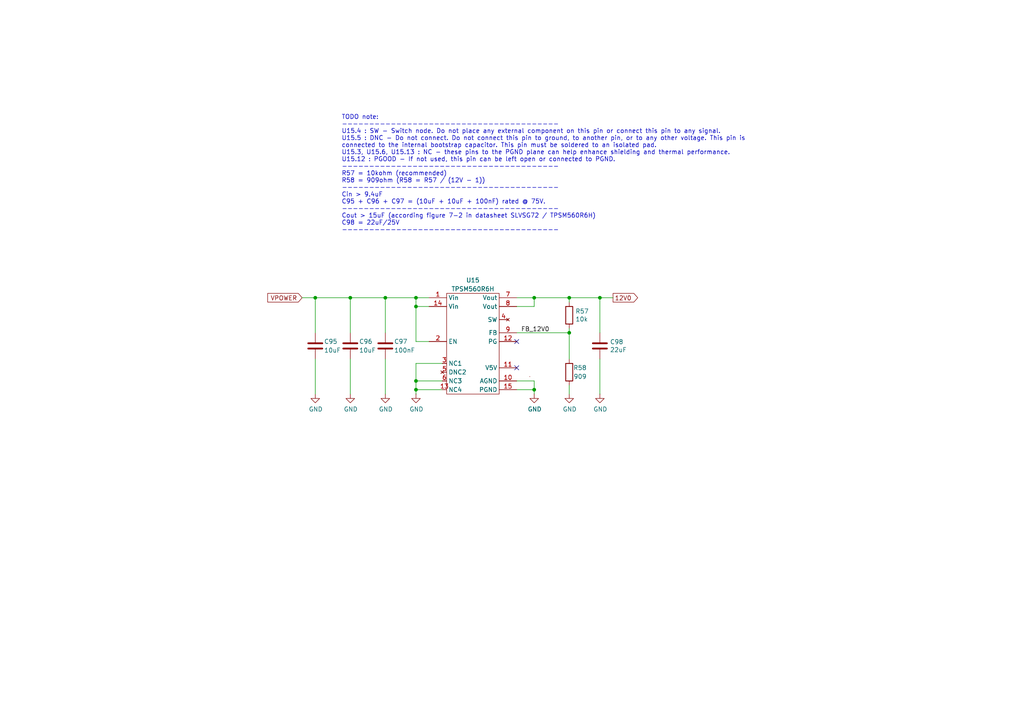
<source format=kicad_sch>
(kicad_sch (version 20231120) (generator "eeschema") (generator_version "8.0")
  (paper "A4")
  (title_block (title "Open MOtor DRiver Initiative (OMODRI)") (date "2022-11-24") (rev "3.0") (company "LAAS/CNRS"))
  (lib_symbols
    (symbol "Device:C" (pin_numbers hide) (pin_names (offset 0.254))
      (property "Reference" "C" (at 0.635 2.54 0))
      (property "Value" "C" (at 0.635 -2.54 0))
      (symbol "C_0_1"
        (polyline (pts (xy -2.032 -0.762) (xy 2.032 -0.762)) (stroke (width 0.508)))
        (polyline (pts (xy -2.032 0.762) (xy 2.032 0.762)) (stroke (width 0.508)))
      )
      (symbol "C_1_1"
        (pin passive line (at 0 3.81 270) (length 2.794) (name "~") (number "1"))
        (pin passive line (at 0 -3.81 90) (length 2.794) (name "~") (number "2"))
      )
    )
    (symbol "Device:R" (pin_numbers hide) (pin_names (offset 0))
      (property "Reference" "R" (at 2.032 0 90))
      (property "Value" "R" (at 0 0 90))
      (symbol "R_0_1"
        (rectangle (start -1.016 -2.54) (end 1.016 2.54) (stroke (width 0.254)))
      )
      (symbol "R_1_1"
        (pin passive line (at 0 3.81 270) (length 1.27) (name "~") (number "1"))
        (pin passive line (at 0 -3.81 90) (length 1.27) (name "~") (number "2"))
      )
    )
    (symbol "omodri_lib:TPSM560R6H"
      (property "Reference" "U" (at 0 8.89 0))
      (property "Value" "TPSM560R6H" (at 0 7.62 0))
      (symbol "TPSM560R6H_0_1"
        (rectangle (start -7.62 6.35) (end 7.62 -22.86) (stroke (width 0.1524)))
        (rectangle (start 16.51 -17.78) (end 16.51 -17.78) (stroke (width 0.1524)))
        (rectangle (start 16.51 -17.78) (end 16.51 -17.78) (stroke (width 0.1524)))
      )
      (symbol "TPSM560R6H_1_1"
        (pin power_in line (at -12.7 5.08 0) (length 5.08) (name "Vin") (number "1"))
        (pin passive line (at 12.7 -19.05 180) (length 5.08) (name "AGND") (number "10"))
        (pin output line (at 12.7 -15.24 180) (length 5.08) (name "V5V") (number "11"))
        (pin passive line (at 12.7 -7.62 180) (length 5.08) (name "PG") (number "12"))
        (pin passive line (at -8.89 -21.59 0) (length 1.27) (name "NC4") (number "13"))
        (pin power_in line (at -12.7 2.54 0) (length 5.08) (name "Vin") (number "14"))
        (pin passive line (at 12.7 -21.59 180) (length 5.08) (name "PGND") (number "15"))
        (pin input line (at -12.7 -7.62 0) (length 5.08) (name "EN") (number "2"))
        (pin passive line (at -8.89 -13.97 0) (length 1.27) (name "NC1") (number "3"))
        (pin no_connect line (at 10.16 -1.27 180) (length 2.54) (name "SW") (number "4"))
        (pin no_connect line (at -8.89 -16.51 0) (length 1.27) (name "DNC2") (number "5"))
        (pin passive line (at -8.89 -19.05 0) (length 1.27) (name "NC3") (number "6"))
        (pin passive line (at 12.7 5.08 180) (length 5.08) (name "Vout") (number "7"))
        (pin passive line (at 12.7 2.54 180) (length 5.08) (name "Vout") (number "8"))
        (pin input line (at 12.7 -5.08 180) (length 5.08) (name "FB") (number "9"))
      )
    )
    (symbol "power:GND" (power) (pin_numbers hide) (pin_names (offset 0) hide)
      (property "Value" "GND" (at 0 -3.81 0))
      (symbol "GND_0_1"
        (polyline (pts (xy 0 0) (xy 0 -1.27) (xy 1.27 -1.27) (xy 0 -2.54) (xy -1.27 -1.27) (xy 0 -1.27)))
      )
      (symbol "GND_1_1"
        (pin power_in line (at 0 0 270) (length 0) (name "~") (number "1"))
      )
    )
  )
  (junction (at 154.94 86.36))
  (junction (at 154.94 113.03))
  (junction (at 120.65 88.9))
  (junction (at 120.65 86.36))
  (junction (at 165.1 96.52))
  (junction (at 120.65 113.03))
  (junction (at 111.76 86.36))
  (junction (at 101.6 86.36))
  (junction (at 120.65 110.49))
  (junction (at 91.44 86.36))
  (junction (at 173.99 86.36))
  (junction (at 165.1 86.36))
  (no_connect (at 149.86 99.06))
  (no_connect (at 149.86 106.68))
  (wire (pts (xy 173.99 104.14) (xy 173.99 114.3)))
  (wire (pts (xy 154.94 114.3) (xy 154.94 113.03)))
  (wire (pts (xy 111.76 86.36) (xy 120.65 86.36)))
  (wire (pts (xy 149.86 88.9) (xy 154.94 88.9)))
  (wire (pts (xy 173.99 86.36) (xy 173.99 96.52)))
  (wire (pts (xy 165.1 96.52) (xy 165.1 104.14)))
  (wire (pts (xy 165.1 95.25) (xy 165.1 96.52)))
  (wire (pts (xy 101.6 104.14) (xy 101.6 114.3)))
  (wire (pts (xy 149.86 86.36) (xy 154.94 86.36)))
  (wire (pts (xy 149.86 96.52) (xy 165.1 96.52)))
  (wire (pts (xy 165.1 86.36) (xy 173.99 86.36)))
  (wire (pts (xy 154.94 88.9) (xy 154.94 86.36)))
  (wire (pts (xy 87.63 86.36) (xy 91.44 86.36)))
  (wire (pts (xy 111.76 104.14) (xy 111.76 114.3)))
  (wire (pts (xy 149.86 113.03) (xy 154.94 113.03)))
  (wire (pts (xy 91.44 104.14) (xy 91.44 114.3)))
  (wire (pts (xy 120.65 105.41) (xy 128.27 105.41)))
  (wire (pts (xy 91.44 86.36) (xy 101.6 86.36)))
  (wire (pts (xy 165.1 86.36) (xy 165.1 87.63)))
  (wire (pts (xy 149.86 110.49) (xy 154.94 110.49)))
  (wire (pts (xy 120.65 88.9) (xy 120.65 86.36)))
  (wire (pts (xy 154.94 86.36) (xy 165.1 86.36)))
  (wire (pts (xy 120.65 88.9) (xy 124.46 88.9)))
  (wire (pts (xy 120.65 110.49) (xy 120.65 113.03)))
  (wire (pts (xy 101.6 86.36) (xy 101.6 96.52)))
  (wire (pts (xy 173.99 86.36) (xy 177.8 86.36)))
  (wire (pts (xy 101.6 86.36) (xy 111.76 86.36)))
  (wire (pts (xy 120.65 113.03) (xy 120.65 114.3)))
  (wire (pts (xy 120.65 86.36) (xy 124.46 86.36)))
  (wire (pts (xy 120.65 110.49) (xy 128.27 110.49)))
  (wire (pts (xy 165.1 111.76) (xy 165.1 114.3)))
  (wire (pts (xy 120.65 99.06) (xy 120.65 88.9)))
  (wire (pts (xy 91.44 86.36) (xy 91.44 96.52)))
  (wire (pts (xy 111.76 86.36) (xy 111.76 96.52)))
  (wire (pts (xy 154.94 110.49) (xy 154.94 113.03)))
  (wire (pts (xy 124.46 99.06) (xy 120.65 99.06)))
  (wire (pts (xy 120.65 105.41) (xy 120.65 110.49)))
  (wire (pts (xy 120.65 113.03) (xy 128.27 113.03)))
  (text "TODO note:\n----------------------------------------\nU15.4 : SW - Switch node. Do not place any external component on this pin or connect this pin to any signal.\nU15.5 : DNC - Do not connect. Do not connect this pin to ground, to another pin, or to any other voltage. This pin is\nconnected to the internal bootstrap capacitor. This pin must be soldered to an isolated pad.\nU15.3, U15.6, U15.13 : NC - these pins to the PGND plane can help enhance shielding and thermal performance.\nU15.12 : PGOOD - If not used, this pin can be left open or connected to PGND.\n----------------------------------------\nR57 = 10kohm (recommended)\nR58 = 909ohm (R58 = R57 / (12V - 1))\n----------------------------------------\nCin > 9.4uF\nC95 + C96 + C97 = (10uF + 10uF + 100nF) rated @ 75V.\n----------------------------------------\nCout > 15uF (according figure 7-2 in datasheet SLVSG72 / TPSM560R6H)\nC98 = 22uF/25V\n----------------------------------------\n\n\n\n" (at 99.06 73.66 0) (effects (font (size 1.27 1.27)) (justify left bottom)))
  (label "FB_12V0" (at 151.13 96.52 0))
  (global_label "VPOWER" (shape input) (at 87.63 86.36 180) (property "Intersheetrefs" "${INTERSHEET_REFS}" (effects (hide yes))) (property "Références Inter-Feuilles" "${INTERSHEET_REFS}" (effects (hide yes))))
  (global_label "12V0" (shape output) (at 177.8 86.36 0) (property "Intersheetrefs" "${INTERSHEET_REFS}" (effects (hide yes))) (property "Références Inter-Feuilles" "${INTERSHEET_REFS}" (effects (hide yes))))
  (symbol (lib_id "power:GND") (at 173.99 114.3 0) (unit 1)
    (property "Reference" "#PWR0144" (effects (hide yes)))
    (property "Value" "GND" (at 174.117 118.6942 0))
    (property "Description" "Power symbol creates a global label with name \"GND\" , ground" (effects (hide yes)))
  )
  (symbol (lib_id "omodri_lib:TPSM560R6H") (at 137.16 91.44 0) (unit 1)
    (property "Reference" "U15" (at 137.16 81.28 0))
    (property "Value" "TPSM560R6H" (at 137.16 83.82 0))
    (property "Footprint" "udriver3:B3QFN_15" (effects (hide yes)))
    (property "Datasheet" "https://www.ti.com/lit/ds/symlink/tpsm560r6h.pdf" (effects (hide yes)))
    (property "DigiKey" "296-TPSM560R6HRDARTR-ND" (effects (hide yes)))
    (property "Mouser" "595-TPSM560R6HRDAR" (effects (hide yes)))
    (property "Part No" "TPSM560R6HRDAR" (effects (hide yes)))
  )
  (symbol (lib_id "power:GND") (at 91.44 114.3 0) (unit 1)
    (property "Reference" "#PWR0138" (effects (hide yes)))
    (property "Value" "GND" (at 91.567 118.6942 0))
    (property "Description" "Power symbol creates a global label with name \"GND\" , ground" (effects (hide yes)))
  )
  (symbol (lib_id "Device:C") (at 91.44 100.33 0) (unit 1)
    (property "Reference" "C95" (at 93.98 99.06 0) (effects (justify left)))
    (property "Value" "10uF" (at 93.98 101.6 0) (effects (justify left)))
    (property "Footprint" "Capacitor_SMD:C_1210_3225Metric" (effects (hide yes)))
    (property "Description" "Unpolarized capacitor" (effects (hide yes)))
    (property "Farnell" "3416259" (effects (hide yes)))
    (property "Mouser" "810-C3225X7R1N106K25" (effects (hide yes)))
    (property "DigiKey" "445-C3225X7R1N106K250ACCT-ND " (effects (hide yes)))
    (property "Rated Voltage" "75V" (effects (hide yes)))
    (property "Part No" "C3225X7R1N106K250AC" (effects (hide yes)))
    (property "LCSC" "C3903313" (effects (hide yes)))
  )
  (symbol (lib_id "power:GND") (at 120.65 114.3 0) (unit 1)
    (property "Reference" "#PWR0141" (effects (hide yes)))
    (property "Value" "GND" (at 120.777 118.6942 0))
    (property "Description" "Power symbol creates a global label with name \"GND\" , ground" (effects (hide yes)))
  )
  (symbol (lib_id "power:GND") (at 165.1 114.3 0) (unit 1)
    (property "Reference" "#PWR0143" (effects (hide yes)))
    (property "Value" "GND" (at 165.227 118.6942 0))
    (property "Description" "Power symbol creates a global label with name \"GND\" , ground" (effects (hide yes)))
  )
  (symbol (lib_id "Device:R") (at 165.1 107.95 180) (unit 1)
    (property "Reference" "R58" (at 170.18 106.68 0) (effects (justify left)))
    (property "Value" "909" (at 170.18 109.22 0) (effects (justify left)))
    (property "Footprint" "Resistor_SMD:R_0201_0603Metric" (effects (hide yes)))
    (property "Description" "Resistor" (effects (hide yes)))
    (property "DigiKey" "P123194TR-ND" (effects (hide yes)))
    (property "Farnell" "3303125" (effects (hide yes)))
    (property "Mouser" "667-ERJ-1GNF9090C" (effects (hide yes)))
    (property "Part No" "ERJ-1GNF9090C" (effects (hide yes)))
    (property "LCSC" "C2074977" (effects (hide yes)))
  )
  (symbol (lib_id "Device:C") (at 101.6 100.33 0) (unit 1)
    (property "Reference" "C96" (at 104.14 99.06 0) (effects (justify left)))
    (property "Value" "10uF" (at 104.14 101.6 0) (effects (justify left)))
    (property "Footprint" "Capacitor_SMD:C_1210_3225Metric" (effects (hide yes)))
    (property "Description" "Unpolarized capacitor" (effects (hide yes)))
    (property "Farnell" "3416259" (effects (hide yes)))
    (property "Mouser" "810-C3225X7R1N106K25" (effects (hide yes)))
    (property "DigiKey" "445-C3225X7R1N106K250ACCT-ND " (effects (hide yes)))
    (property "Rated Voltage" "75V" (effects (hide yes)))
    (property "Part No" "C3225X7R1N106K250AC" (effects (hide yes)))
    (property "LCSC" "C3903313" (effects (hide yes)))
  )
  (symbol (lib_id "Device:R") (at 165.1 91.44 0) (unit 1)
    (property "Reference" "R57" (at 166.878 90.2716 0) (effects (justify left)))
    (property "Value" "10k" (at 166.878 92.583 0) (effects (justify left)))
    (property "Footprint" "Resistor_SMD:R_0201_0603Metric" (effects (hide yes)))
    (property "Description" "Resistor" (effects (hide yes)))
    (property "DigiKey" "P122414CT-ND" (effects (hide yes)))
    (property "Farnell" "2302362" (effects (hide yes)))
    (property "Mouser" "667-ERJ-1GNF1002C" (effects (hide yes)))
    (property "Part No" "ERJ-1GNF1002C" (effects (hide yes)))
    (property "RS" "176-3597" (effects (hide yes)))
    (property "LCSC" "C9900024792" (effects (hide yes)))
  )
  (symbol (lib_id "Device:C") (at 111.76 100.33 0) (unit 1)
    (property "Reference" "C97" (at 114.3 99.06 0) (effects (justify left)))
    (property "Value" "100nF" (at 114.3 101.6 0) (effects (justify left)))
    (property "Footprint" "Capacitor_SMD:C_0603_1608Metric" (effects (hide yes)))
    (property "Description" "Unpolarized capacitor" (effects (hide yes)))
    (property "Farnell" "1828921" (effects (hide yes)))
    (property "Mouser" "81-GRM188R72A104KA35" (effects (hide yes)))
    (property "DigiKey" "490-3285-1-ND" (effects (hide yes)))
    (property "Rated Voltage" "100V" (effects (hide yes)))
    (property "Part No" "GRM188R72A104KA35D" (effects (hide yes)))
    (property "LCSC" "C77058" (effects (hide yes)))
  )
  (symbol (lib_id "Device:C") (at 173.99 100.33 0) (unit 1)
    (property "Reference" "C98" (at 176.911 99.1616 0) (effects (justify left)))
    (property "Value" "22uF" (at 176.911 101.473 0) (effects (justify left)))
    (property "Footprint" "Capacitor_SMD:C_0805_2012Metric" (effects (hide yes)))
    (property "Description" "Unpolarized capacitor" (effects (hide yes)))
    (property "DigiKey" "490-10749-2-ND" (effects (hide yes)))
    (property "Farnell" "1907510" (effects (hide yes)))
    (property "Mouser" "81-GRM21BR61E226ME4L" (effects (hide yes)))
    (property "Part No" "GRM21BR61E226ME44L " (effects (hide yes)))
    (property "RS" "247-8112" (effects (hide yes)))
    (property "Rated Voltage" "25V" (effects (hide yes)))
    (property "LCSC" "C86816" (effects (hide yes)))
  )
  (symbol (lib_id "power:GND") (at 101.6 114.3 0) (unit 1)
    (property "Reference" "#PWR0139" (effects (hide yes)))
    (property "Value" "GND" (at 101.727 118.6942 0))
    (property "Description" "Power symbol creates a global label with name \"GND\" , ground" (effects (hide yes)))
  )
  (symbol (lib_id "power:GND") (at 154.94 114.3 0) (unit 1)
    (property "Reference" "#PWR0142" (effects (hide yes)))
    (property "Value" "GND" (at 155.067 118.6942 0))
    (property "Description" "Power symbol creates a global label with name \"GND\" , ground" (effects (hide yes)))
  )
  (symbol (lib_id "power:GND") (at 111.76 114.3 0) (unit 1)
    (property "Reference" "#PWR0140" (effects (hide yes)))
    (property "Value" "GND" (at 111.887 118.6942 0))
    (property "Description" "Power symbol creates a global label with name \"GND\" , ground" (effects (hide yes)))
  )
)
</source>
